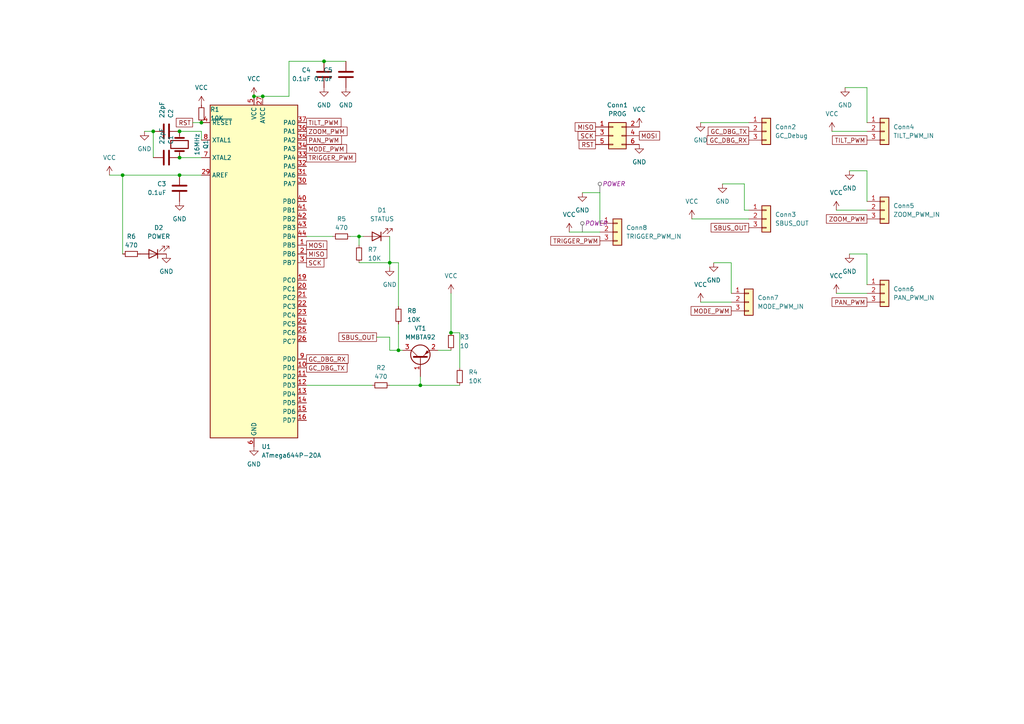
<source format=kicad_sch>
(kicad_sch (version 20231120) (generator "eeschema") (generator_version "8.0")
  (paper "A4")
  (lib_symbols
    (symbol "Connector_Generic:Conn_01x03" (pin_names (offset 1.016) hide)
      (property "Reference" "J" (at 0 5.08 0))
      (property "Value" "Conn_01x03" (at 0 -5.08 0))
      (symbol "Conn_01x03_1_1"
        (rectangle (start -1.27 -2.413) (end 0 -2.667) (stroke (width 0.1524)))
        (rectangle (start -1.27 0.127) (end 0 -0.127) (stroke (width 0.1524)))
        (rectangle (start -1.27 2.667) (end 0 2.413) (stroke (width 0.1524)))
        (rectangle (start -1.27 3.81) (end 1.27 -3.81) (stroke (width 0.254)) (fill (type background)))
        (pin passive line (at -5.08 2.54 0) (length 3.81) (name "Pin_1") (number "1"))
        (pin passive line (at -5.08 0 0) (length 3.81) (name "Pin_2") (number "2"))
        (pin passive line (at -5.08 -2.54 0) (length 3.81) (name "Pin_3") (number "3"))
      )
    )
    (symbol "Connector_Generic:Conn_02x03_Odd_Even" (pin_names (offset 1.016) hide)
      (property "Reference" "Conn1" (at 1.27 8.89 0))
      (property "Value" "2x3" (at 1.27 6.35 0))
      (symbol "Conn_02x03_Odd_Even_1_1"
        (rectangle (start -1.27 -2.413) (end 0 -2.667) (stroke (width 0.1524)))
        (rectangle (start -1.27 0.127) (end 0 -0.127) (stroke (width 0.1524)))
        (rectangle (start -1.27 2.667) (end 0 2.413) (stroke (width 0.1524)))
        (rectangle (start -1.27 3.81) (end 3.81 -3.81) (stroke (width 0.254)) (fill (type background)))
        (rectangle (start 3.81 -2.413) (end 2.54 -2.667) (stroke (width 0.1524)))
        (rectangle (start 3.81 0.127) (end 2.54 -0.127) (stroke (width 0.1524)))
        (rectangle (start 3.81 2.667) (end 2.54 2.413) (stroke (width 0.1524)))
        (pin passive line (at -5.08 2.54 0) (length 3.81) (name "MISO") (number "1"))
        (pin passive line (at 7.62 2.54 180) (length 3.81) (name "VCC") (number "2"))
        (pin passive line (at -5.08 0 0) (length 3.81) (name "SCK") (number "3"))
        (pin passive line (at 7.62 0 180) (length 3.81) (name "MOSI") (number "4"))
        (pin passive line (at -5.08 -2.54 0) (length 3.81) (name "RST") (number "5"))
        (pin passive line (at 7.62 -2.54 180) (length 3.81) (name "GND") (number "6"))
      )
    )
    (symbol "Device:C" (pin_numbers hide) (pin_names (offset 0.254))
      (property "Reference" "C" (at 0.635 2.54 0))
      (property "Value" "C" (at 0.635 -2.54 0))
      (symbol "C_0_1"
        (polyline (pts (xy -2.032 -0.762) (xy 2.032 -0.762)) (stroke (width 0.508)))
        (polyline (pts (xy -2.032 0.762) (xy 2.032 0.762)) (stroke (width 0.508)))
      )
      (symbol "C_1_1"
        (pin passive line (at 0 3.81 270) (length 2.794) (name "~") (number "1"))
        (pin passive line (at 0 -3.81 90) (length 2.794) (name "~") (number "2"))
      )
    )
    (symbol "Device:Crystal" (pin_numbers hide) (pin_names (offset 1.016) hide)
      (property "Reference" "Y" (at 0 3.81 0))
      (property "Value" "Crystal" (at 0 -3.81 0))
      (symbol "Crystal_0_1"
        (rectangle (start -1.143 2.54) (end 1.143 -2.54) (stroke (width 0.3048)))
        (polyline (pts (xy -2.54 0) (xy -1.905 0)))
        (polyline (pts (xy -1.905 -1.27) (xy -1.905 1.27)) (stroke (width 0.508)))
        (polyline (pts (xy 1.905 -1.27) (xy 1.905 1.27)) (stroke (width 0.508)))
        (polyline (pts (xy 2.54 0) (xy 1.905 0)))
      )
      (symbol "Crystal_1_1"
        (pin passive line (at -3.81 0 0) (length 1.27) (name "1") (number "1"))
        (pin passive line (at 3.81 0 180) (length 1.27) (name "2") (number "2"))
      )
    )
    (symbol "Device:LED" (pin_numbers hide) (pin_names (offset 1.016) hide)
      (property "Reference" "D" (at 0 2.54 0))
      (property "Value" "LED" (at 0 -2.54 0))
      (symbol "LED_0_1"
        (polyline (pts (xy -1.27 -1.27) (xy -1.27 1.27)) (stroke (width 0.254)))
        (polyline (pts (xy -1.27 0) (xy 1.27 0)))
        (polyline (pts (xy 1.27 -1.27) (xy 1.27 1.27) (xy -1.27 0) (xy 1.27 -1.27)) (stroke (width 0.254)))
        (polyline (pts (xy -3.048 -0.762) (xy -4.572 -2.286) (xy -3.81 -2.286) (xy -4.572 -2.286) (xy -4.572 -1.524)))
        (polyline (pts (xy -1.778 -0.762) (xy -3.302 -2.286) (xy -2.54 -2.286) (xy -3.302 -2.286) (xy -3.302 -1.524)))
      )
      (symbol "LED_1_1"
        (pin passive line (at -3.81 0 0) (length 2.54) (name "K") (number "1"))
        (pin passive line (at 3.81 0 180) (length 2.54) (name "A") (number "2"))
      )
    )
    (symbol "Device:R_Small" (pin_numbers hide) (pin_names (offset 0.254) hide)
      (property "Reference" "R" (at 0.762 0.508 0))
      (property "Value" "R_Small" (at 0.762 -1.016 0))
      (symbol "R_Small_0_1"
        (rectangle (start -0.762 1.778) (end 0.762 -1.778) (stroke (width 0.2032)))
      )
      (symbol "R_Small_1_1"
        (pin passive line (at 0 2.54 270) (length 0.762) (name "~") (number "1"))
        (pin passive line (at 0 -2.54 90) (length 0.762) (name "~") (number "2"))
      )
    )
    (symbol "MCU_Microchip_ATmega:ATmega644P-20A"
      (property "Reference" "U" (at -12.7 49.53 0))
      (property "Value" "ATmega644P-20A" (at 2.54 -49.53 0))
      (symbol "ATmega644P-20A_0_1"
        (rectangle (start -12.7 -48.26) (end 12.7 48.26) (stroke (width 0.254)) (fill (type background)))
      )
      (symbol "ATmega644P-20A_1_1"
        (pin bidirectional line (at 15.24 7.62 180) (length 2.54) (name "PB5") (number "1"))
        (pin bidirectional line (at 15.24 -27.94 180) (length 2.54) (name "PD1") (number "10"))
        (pin bidirectional line (at 15.24 -30.48 180) (length 2.54) (name "PD2") (number "11"))
        (pin bidirectional line (at 15.24 -33.02 180) (length 2.54) (name "PD3") (number "12"))
        (pin bidirectional line (at 15.24 -35.56 180) (length 2.54) (name "PD4") (number "13"))
        (pin bidirectional line (at 15.24 -38.1 180) (length 2.54) (name "PD5") (number "14"))
        (pin bidirectional line (at 15.24 -40.64 180) (length 2.54) (name "PD6") (number "15"))
        (pin bidirectional line (at 15.24 -43.18 180) (length 2.54) (name "PD7") (number "16"))
        (pin passive line (at 0 50.8 270) (length 2.54) hide (name "VCC") (number "17"))
        (pin passive line (at 0 -50.8 90) (length 2.54) hide (name "GND") (number "18"))
        (pin bidirectional line (at 15.24 -2.54 180) (length 2.54) (name "PC0") (number "19"))
        (pin bidirectional line (at 15.24 5.08 180) (length 2.54) (name "PB6") (number "2"))
        (pin bidirectional line (at 15.24 -5.08 180) (length 2.54) (name "PC1") (number "20"))
        (pin bidirectional line (at 15.24 -7.62 180) (length 2.54) (name "PC2") (number "21"))
        (pin bidirectional line (at 15.24 -10.16 180) (length 2.54) (name "PC3") (number "22"))
        (pin bidirectional line (at 15.24 -12.7 180) (length 2.54) (name "PC4") (number "23"))
        (pin bidirectional line (at 15.24 -15.24 180) (length 2.54) (name "PC5") (number "24"))
        (pin bidirectional line (at 15.24 -17.78 180) (length 2.54) (name "PC6") (number "25"))
        (pin bidirectional line (at 15.24 -20.32 180) (length 2.54) (name "PC7") (number "26"))
        (pin power_in line (at 2.54 50.8 270) (length 2.54) (name "AVCC") (number "27"))
        (pin passive line (at 0 -50.8 90) (length 2.54) hide (name "GND") (number "28"))
        (pin passive line (at -15.24 27.94 0) (length 2.54) (name "AREF") (number "29"))
        (pin bidirectional line (at 15.24 2.54 180) (length 2.54) (name "PB7") (number "3"))
        (pin bidirectional line (at 15.24 25.4 180) (length 2.54) (name "PA7") (number "30"))
        (pin bidirectional line (at 15.24 27.94 180) (length 2.54) (name "PA6") (number "31"))
        (pin bidirectional line (at 15.24 30.48 180) (length 2.54) (name "PA5") (number "32"))
        (pin bidirectional line (at 15.24 33.02 180) (length 2.54) (name "PA4") (number "33"))
        (pin bidirectional line (at 15.24 35.56 180) (length 2.54) (name "PA3") (number "34"))
        (pin bidirectional line (at 15.24 38.1 180) (length 2.54) (name "PA2") (number "35"))
        (pin bidirectional line (at 15.24 40.64 180) (length 2.54) (name "PA1") (number "36"))
        (pin bidirectional line (at 15.24 43.18 180) (length 2.54) (name "PA0") (number "37"))
        (pin passive line (at 0 50.8 270) (length 2.54) hide (name "VCC") (number "38"))
        (pin passive line (at 0 -50.8 90) (length 2.54) hide (name "GND") (number "39"))
        (pin input line (at -15.24 43.18 0) (length 2.54) (name "~{RESET}") (number "4"))
        (pin bidirectional line (at 15.24 20.32 180) (length 2.54) (name "PB0") (number "40"))
        (pin bidirectional line (at 15.24 17.78 180) (length 2.54) (name "PB1") (number "41"))
        (pin bidirectional line (at 15.24 15.24 180) (length 2.54) (name "PB2") (number "42"))
        (pin bidirectional line (at 15.24 12.7 180) (length 2.54) (name "PB3") (number "43"))
        (pin bidirectional line (at 15.24 10.16 180) (length 2.54) (name "PB4") (number "44"))
        (pin power_in line (at 0 50.8 270) (length 2.54) (name "VCC") (number "5"))
        (pin power_in line (at 0 -50.8 90) (length 2.54) (name "GND") (number "6"))
        (pin output line (at -15.24 33.02 0) (length 2.54) (name "XTAL2") (number "7"))
        (pin input line (at -15.24 38.1 0) (length 2.54) (name "XTAL1") (number "8"))
        (pin bidirectional line (at 15.24 -25.4 180) (length 2.54) (name "PD0") (number "9"))
      )
    )
    (symbol "Transistor_BJT:MMBTA92" (pin_names (offset 0) hide)
      (property "Reference" "Q" (at 5.08 1.905 0))
      (property "Value" "MMBTA92" (at 5.08 0 0))
      (symbol "MMBTA92_0_1"
        (polyline (pts (xy 0 0) (xy 0.635 0)))
        (polyline (pts (xy 2.54 -2.54) (xy 0.635 -0.635)))
        (polyline (pts (xy 2.54 2.54) (xy 0.635 0.635)))
        (polyline (pts (xy 0.635 1.905) (xy 0.635 -1.905) (xy 0.635 -1.905)) (stroke (width 0.508)) (fill (type outline)))
        (polyline (pts (xy 1.905 -2.413) (xy 2.413 -1.905) (xy 1.397 -1.397) (xy 1.905 -2.413) (xy 1.905 -2.413)) (fill (type outline)))
        (circle (center 1.27 0) (radius 2.8194) (stroke (width 0.254)))
      )
      (symbol "MMBTA92_1_1"
        (pin input line (at -5.08 0 0) (length 5.08) (name "B") (number "1"))
        (pin passive line (at 2.54 -5.08 90) (length 2.54) (name "E") (number "2"))
        (pin passive line (at 2.54 5.08 270) (length 2.54) (name "C") (number "3"))
      )
    )
    (symbol "power:GND" (power) (pin_names (offset 0))
      (property "Value" "GND" (at 0 -3.81 0))
      (symbol "GND_0_1"
        (polyline (pts (xy 0 0) (xy 0 -1.27) (xy 1.27 -1.27) (xy 0 -2.54) (xy -1.27 -1.27) (xy 0 -1.27)))
      )
      (symbol "GND_1_1"
        (pin power_in line (at 0 0 270) (length 0) hide (name "GND") (number "1"))
      )
    )
    (symbol "power:VCC" (power) (pin_names (offset 0))
      (property "Value" "VCC" (at 0 3.81 0))
      (symbol "VCC_0_1"
        (polyline (pts (xy -0.762 1.27) (xy 0 2.54)))
        (polyline (pts (xy 0 0) (xy 0 2.54)))
        (polyline (pts (xy 0 2.54) (xy 0.762 1.27)))
      )
      (symbol "VCC_1_1"
        (pin power_in line (at 0 0 90) (length 0) hide (name "VCC") (number "1"))
      )
    )
  )
  (junction (at 130.81 96.52))
  (junction (at 35.56 50.8))
  (junction (at 52.07 45.72))
  (junction (at 104.14 68.58))
  (junction (at 115.57 101.6))
  (junction (at 93.98 17.78))
  (junction (at 52.07 38.1))
  (junction (at 76.2 27.94))
  (junction (at 113.03 76.2))
  (junction (at 44.45 38.1))
  (junction (at 58.42 35.56))
  (junction (at 52.07 50.8))
  (junction (at 73.66 27.94))
  (junction (at 121.92 111.76))
  (wire (pts (xy 113.03 111.76) (xy 121.92 111.76)))
  (wire (pts (xy 35.56 50.8) (xy 52.07 50.8)))
  (wire (pts (xy 83.82 27.94) (xy 83.82 17.78)))
  (wire (pts (xy 200.66 63.5) (xy 217.17 63.5)))
  (wire (pts (xy 52.07 50.8) (xy 58.42 50.8)))
  (wire (pts (xy 203.2 87.63) (xy 212.09 87.63)))
  (wire (pts (xy 115.57 88.9) (xy 115.57 76.2)))
  (wire (pts (xy 113.03 77.47) (xy 113.03 76.2)))
  (wire (pts (xy 83.82 17.78) (xy 93.98 17.78)))
  (wire (pts (xy 245.11 25.4) (xy 251.46 25.4)))
  (wire (pts (xy 130.81 101.6) (xy 127 101.6)))
  (wire (pts (xy 246.38 73.66) (xy 251.46 73.66)))
  (wire (pts (xy 113.03 76.2) (xy 115.57 76.2)))
  (wire (pts (xy 104.14 76.2) (xy 113.03 76.2)))
  (wire (pts (xy 130.81 96.52) (xy 133.35 96.52)))
  (wire (pts (xy 52.07 45.72) (xy 58.42 45.72)))
  (wire (pts (xy 246.38 49.53) (xy 251.46 49.53)))
  (wire (pts (xy 209.55 53.34) (xy 215.9 53.34)))
  (wire (pts (xy 242.57 85.09) (xy 251.46 85.09)))
  (wire (pts (xy 109.22 97.79) (xy 113.03 97.79)))
  (wire (pts (xy 215.9 60.96) (xy 217.17 60.96)))
  (wire (pts (xy 73.66 27.94) (xy 76.2 27.94)))
  (wire (pts (xy 104.14 68.58) (xy 104.14 71.12)))
  (wire (pts (xy 31.75 50.8) (xy 35.56 50.8)))
  (wire (pts (xy 93.98 17.78) (xy 100.33 17.78)))
  (wire (pts (xy 242.57 60.96) (xy 251.46 60.96)))
  (wire (pts (xy 101.6 68.58) (xy 104.14 68.58)))
  (wire (pts (xy 35.56 50.8) (xy 35.56 73.66)))
  (wire (pts (xy 251.46 49.53) (xy 251.46 58.42)))
  (wire (pts (xy 251.46 25.4) (xy 251.46 35.56)))
  (wire (pts (xy 44.45 38.1) (xy 44.45 45.72)))
  (wire (pts (xy 96.52 68.58) (xy 88.9 68.58)))
  (wire (pts (xy 207.01 76.2) (xy 212.09 76.2)))
  (wire (pts (xy 251.46 73.66) (xy 251.46 82.55)))
  (wire (pts (xy 104.14 68.58) (xy 105.41 68.58)))
  (wire (pts (xy 88.9 111.76) (xy 107.95 111.76)))
  (wire (pts (xy 115.57 93.98) (xy 115.57 101.6)))
  (wire (pts (xy 203.2 35.56) (xy 217.17 35.56)))
  (wire (pts (xy 168.91 55.88) (xy 173.99 55.88)))
  (wire (pts (xy 133.35 96.52) (xy 133.35 106.68)))
  (wire (pts (xy 165.1 67.31) (xy 173.99 67.31)))
  (wire (pts (xy 113.03 76.2) (xy 113.03 68.58)))
  (wire (pts (xy 121.92 111.76) (xy 121.92 109.22)))
  (wire (pts (xy 241.3 38.1) (xy 251.46 38.1)))
  (wire (pts (xy 173.99 55.88) (xy 173.99 64.77)))
  (wire (pts (xy 212.09 76.2) (xy 212.09 85.09)))
  (wire (pts (xy 130.81 85.09) (xy 130.81 96.52)))
  (wire (pts (xy 58.42 40.64) (xy 58.42 38.1)))
  (wire (pts (xy 115.57 101.6) (xy 116.84 101.6)))
  (wire (pts (xy 121.92 111.76) (xy 133.35 111.76)))
  (wire (pts (xy 55.88 35.56) (xy 58.42 35.56)))
  (wire (pts (xy 113.03 97.79) (xy 113.03 101.6)))
  (wire (pts (xy 113.03 101.6) (xy 115.57 101.6)))
  (wire (pts (xy 215.9 53.34) (xy 215.9 60.96)))
  (wire (pts (xy 76.2 27.94) (xy 83.82 27.94)))
  (wire (pts (xy 52.07 38.1) (xy 58.42 38.1)))
  (wire (pts (xy 41.91 38.1) (xy 44.45 38.1)))
  (global_label "PAN_PWM" (shape passive) (at 88.9 40.64 0) (property "Intersheetrefs" "${INTERSHEET_REFS}" (effects (hide yes))))
  (global_label "GC_DBG_TX" (shape passive) (at 217.17 38.1 180) (property "Intersheetrefs" "${INTERSHEET_REFS}" (effects (hide yes))))
  (global_label "RST" (shape passive) (at 172.72 41.91 180) (property "Intersheetrefs" "${INTERSHEET_REFS}" (effects (hide yes))))
  (global_label "MOSI" (shape passive) (at 185.42 39.37 0) (property "Intersheetrefs" "${INTERSHEET_REFS}" (effects (hide yes))))
  (global_label "MODE_PWM" (shape passive) (at 88.9 43.18 0) (property "Intersheetrefs" "${INTERSHEET_REFS}" (effects (hide yes))))
  (global_label "GC_DBG_TX" (shape passive) (at 88.9 106.68 0) (property "Intersheetrefs" "${INTERSHEET_REFS}" (effects (hide yes))))
  (global_label "ZOOM_PWM" (shape passive) (at 88.9 38.1 0) (property "Intersheetrefs" "${INTERSHEET_REFS}" (effects (hide yes))))
  (global_label "SBUS_OUT" (shape passive) (at 109.22 97.79 180) (property "Intersheetrefs" "${INTERSHEET_REFS}" (effects (hide yes))))
  (global_label "GC_DBG_RX" (shape passive) (at 217.17 40.64 180) (property "Intersheetrefs" "${INTERSHEET_REFS}" (effects (hide yes))))
  (global_label "PAN_PWM" (shape passive) (at 251.46 87.63 180) (property "Intersheetrefs" "${INTERSHEET_REFS}" (effects (hide yes))))
  (global_label "RST" (shape passive) (at 55.88 35.56 180) (property "Intersheetrefs" "${INTERSHEET_REFS}" (effects (hide yes))))
  (global_label "TILT_PWM" (shape passive) (at 251.46 40.64 180) (property "Intersheetrefs" "${INTERSHEET_REFS}" (effects (hide yes))))
  (global_label "SCK" (shape passive) (at 172.72 39.37 180) (property "Intersheetrefs" "${INTERSHEET_REFS}" (effects (hide yes))))
  (global_label "TRIGGER_PWM" (shape passive) (at 173.99 69.85 180) (property "Intersheetrefs" "${INTERSHEET_REFS}" (effects (hide yes))))
  (global_label "MODE_PWM" (shape passive) (at 212.09 90.17 180) (property "Intersheetrefs" "${INTERSHEET_REFS}" (effects (hide yes))))
  (global_label "MOSI" (shape passive) (at 88.9 71.12 0) (property "Intersheetrefs" "${INTERSHEET_REFS}" (effects (hide yes))))
  (global_label "SBUS_OUT" (shape passive) (at 217.17 66.04 180) (property "Intersheetrefs" "${INTERSHEET_REFS}" (effects (hide yes))))
  (global_label "MISO" (shape passive) (at 88.9 73.66 0) (property "Intersheetrefs" "${INTERSHEET_REFS}" (effects (hide yes))))
  (global_label "SCK" (shape passive) (at 88.9 76.2 0) (property "Intersheetrefs" "${INTERSHEET_REFS}" (effects (hide yes))))
  (global_label "TILT_PWM" (shape passive) (at 88.9 35.56 0) (property "Intersheetrefs" "${INTERSHEET_REFS}" (effects (hide yes))))
  (global_label "MISO" (shape passive) (at 172.72 36.83 180) (property "Intersheetrefs" "${INTERSHEET_REFS}" (effects (hide yes))))
  (global_label "GC_DBG_RX" (shape passive) (at 88.9 104.14 0) (property "Intersheetrefs" "${INTERSHEET_REFS}" (effects (hide yes))))
  (global_label "TRIGGER_PWM" (shape passive) (at 88.9 45.72 0) (property "Intersheetrefs" "${INTERSHEET_REFS}" (effects (hide yes))))
  (global_label "ZOOM_PWM" (shape passive) (at 251.46 63.5 180) (property "Intersheetrefs" "${INTERSHEET_REFS}" (effects (hide yes))))
  (netclass_flag "" (length 2.54) (shape round) (at 173.99 55.88 0) (property "Netclass" "POWER" (at 174.6885 53.34 0) (effects (font (italic yes)) (justify left))))
  (netclass_flag "" (length 2.54) (shape round) (at 168.91 67.31 0) (property "Netclass" "POWER" (at 169.6085 64.77 0) (effects (font (italic yes)) (justify left))))
  (symbol (lib_id "Device:Crystal") (at 52.07 41.91 270) (mirror x) (unit 1)
    (property "Reference" "Q1" (at 59.69 41.91 0))
    (property "Value" "16MHz" (at 57.15 41.91 0))
    (property "Footprint" "Crystal:Crystal_SMD_HC49-SD" (effects (hide yes)))
  )
  (symbol (lib_id "power:GND") (at 245.11 25.4 0) (unit 1)
    (property "Reference" "#PWR011" (effects (hide yes)))
    (property "Value" "GND" (at 245.11 30.48 0))
  )
  (symbol (lib_id "Device:R_Small") (at 104.14 73.66 0) (unit 1)
    (property "Reference" "R7" (at 106.68 72.39 0) (effects (justify left)))
    (property "Value" "10K" (at 106.68 74.93 0) (effects (justify left)))
    (property "Footprint" "Resistor_SMD:R_0805_2012Metric" (effects (hide yes)))
  )
  (symbol (lib_id "MCU_Microchip_ATmega:ATmega644P-20A") (at 73.66 78.74 0) (unit 1)
    (property "Reference" "U1" (at 75.8541 129.54 0) (effects (justify left)))
    (property "Value" "ATmega644P-20A" (at 75.8541 132.08 0) (effects (justify left)))
    (property "Footprint" "Package_QFP:TQFP-44_10x10mm_P0.8mm" (effects (hide yes)))
    (property "Datasheet" "http://ww1.microchip.com/downloads/en/DeviceDoc/Atmel-42744-ATmega644P_Datasheet.pdf" (effects (hide yes)))
  )
  (symbol (lib_id "Device:R_Small") (at 99.06 68.58 270) (unit 1)
    (property "Reference" "R5" (at 99.06 63.5 90))
    (property "Value" "470" (at 99.06 66.04 90))
    (property "Footprint" "Resistor_SMD:R_0805_2012Metric" (effects (hide yes)))
  )
  (symbol (lib_id "power:VCC") (at 31.75 50.8 0) (unit 1)
    (property "Reference" "#PWR05" (effects (hide yes)))
    (property "Value" "VCC" (at 31.75 45.72 0))
  )
  (symbol (lib_id "power:GND") (at 100.33 25.4 0) (unit 1)
    (property "Reference" "#PWR018" (effects (hide yes)))
    (property "Value" "GND" (at 100.33 30.48 0))
  )
  (symbol (lib_id "Connector_Generic:Conn_01x03") (at 222.25 63.5 0) (unit 1)
    (property "Reference" "Conn3" (at 224.79 62.23 0) (effects (justify left)))
    (property "Value" "SBUS_OUT" (at 224.79 64.77 0) (effects (justify left)))
    (property "Footprint" "Connector_PinHeader_2.54mm:PinHeader_1x03_P2.54mm_Horizontal" (effects (hide yes)))
  )
  (symbol (lib_id "power:VCC") (at 241.3 38.1 0) (unit 1)
    (property "Reference" "#PWR014" (effects (hide yes)))
    (property "Value" "VCC" (at 241.3 33.02 0))
  )
  (symbol (lib_id "power:GND") (at 168.91 55.88 0) (unit 1)
    (property "Reference" "#PWR024" (effects (hide yes)))
    (property "Value" "GND" (at 168.91 60.96 0))
  )
  (symbol (lib_id "Connector_Generic:Conn_01x03") (at 222.25 38.1 0) (unit 1)
    (property "Reference" "Conn2" (at 224.79 36.83 0) (effects (justify left)))
    (property "Value" "GC_Debug" (at 224.79 39.37 0) (effects (justify left)))
    (property "Footprint" "Connector_JST:JST_GH_SM03B-GHS-TB_1x03-1MP_P1.25mm_Horizontal" (effects (hide yes)))
  )
  (symbol (lib_id "Device:R_Small") (at 38.1 73.66 270) (unit 1)
    (property "Reference" "R6" (at 38.1 68.58 90))
    (property "Value" "470" (at 38.1 71.12 90))
    (property "Footprint" "Resistor_SMD:R_0805_2012Metric" (effects (hide yes)))
  )
  (symbol (lib_id "power:GND") (at 246.38 49.53 0) (unit 1)
    (property "Reference" "#PWR015" (effects (hide yes)))
    (property "Value" "GND" (at 246.38 54.61 0))
  )
  (symbol (lib_id "power:VCC") (at 73.66 27.94 0) (unit 1)
    (property "Reference" "#PWR03" (effects (hide yes)))
    (property "Value" "VCC" (at 73.66 22.86 0))
  )
  (symbol (lib_id "Device:C") (at 52.07 54.61 0) (mirror x) (unit 1)
    (property "Reference" "C3" (at 48.26 53.34 0) (effects (justify right)))
    (property "Value" "0.1uF" (at 48.26 55.88 0) (effects (justify right)))
    (property "Footprint" "Capacitor_SMD:C_0805_2012Metric" (effects (hide yes)))
  )
  (symbol (lib_id "Connector_Generic:Conn_01x03") (at 256.54 85.09 0) (unit 1)
    (property "Reference" "Conn6" (at 259.08 83.82 0) (effects (justify left)))
    (property "Value" "PAN_PWM_IN" (at 259.08 86.36 0) (effects (justify left)))
    (property "Footprint" "Connector_PinHeader_2.54mm:PinHeader_1x03_P2.54mm_Horizontal" (effects (hide yes)))
  )
  (symbol (lib_id "power:GND") (at 48.26 73.66 0) (unit 1)
    (property "Reference" "#PWR026" (effects (hide yes)))
    (property "Value" "GND" (at 48.26 78.74 0))
  )
  (symbol (lib_id "power:GND") (at 73.66 129.54 0) (unit 1)
    (property "Reference" "#PWR04" (effects (hide yes)))
    (property "Value" "GND" (at 73.66 134.62 0))
  )
  (symbol (lib_id "Device:C") (at 100.33 21.59 0) (mirror x) (unit 1)
    (property "Reference" "C5" (at 96.52 20.32 0) (effects (justify right)))
    (property "Value" "0.1uF" (at 96.52 22.86 0) (effects (justify right)))
    (property "Footprint" "Capacitor_SMD:C_0805_2012Metric" (effects (hide yes)))
  )
  (symbol (lib_id "Device:R_Small") (at 130.81 99.06 180) (unit 1)
    (property "Reference" "R3" (at 133.35 97.79 0) (effects (justify right)))
    (property "Value" "10" (at 133.35 100.33 0) (effects (justify right)))
    (property "Footprint" "Resistor_SMD:R_0805_2012Metric" (effects (hide yes)))
  )
  (symbol (lib_id "power:GND") (at 93.98 25.4 0) (unit 1)
    (property "Reference" "#PWR017" (effects (hide yes)))
    (property "Value" "GND" (at 93.98 30.48 0))
  )
  (symbol (lib_id "power:VCC") (at 58.42 30.48 0) (unit 1)
    (property "Reference" "#PWR07" (effects (hide yes)))
    (property "Value" "VCC" (at 58.42 25.4 0))
  )
  (symbol (lib_id "power:GND") (at 207.01 76.2 0) (unit 1)
    (property "Reference" "#PWR022" (effects (hide yes)))
    (property "Value" "GND" (at 207.01 81.28 0))
  )
  (symbol (lib_id "power:GND") (at 113.03 77.47 0) (unit 1)
    (property "Reference" "#PWR025" (effects (hide yes)))
    (property "Value" "GND" (at 113.03 82.55 0))
  )
  (symbol (lib_id "power:VCC") (at 185.42 36.83 0) (unit 1)
    (property "Reference" "#PWR09" (effects (hide yes)))
    (property "Value" "VCC" (at 185.42 31.75 0))
  )
  (symbol (lib_id "Device:LED") (at 109.22 68.58 180) (unit 1)
    (property "Reference" "D1" (at 110.8075 60.96 0))
    (property "Value" "STATUS" (at 110.8075 63.5 0))
    (property "Footprint" "LED_SMD:LED_0805_2012Metric" (effects (hide yes)))
  )
  (symbol (lib_id "power:GND") (at 246.38 73.66 0) (unit 1)
    (property "Reference" "#PWR020" (effects (hide yes)))
    (property "Value" "GND" (at 246.38 78.74 0))
  )
  (symbol (lib_id "Connector_Generic:Conn_02x03_Odd_Even") (at 177.8 39.37 0) (unit 1)
    (property "Reference" "Conn1" (at 179.07 30.48 0))
    (property "Value" "PROG" (at 179.07 33.02 0))
    (property "Footprint" "Connector_PinHeader_2.54mm:PinHeader_2x03_P2.54mm_Horizontal" (effects (hide yes)))
  )
  (symbol (lib_id "power:VCC") (at 242.57 85.09 0) (unit 1)
    (property "Reference" "#PWR019" (effects (hide yes)))
    (property "Value" "VCC" (at 242.57 80.01 0))
  )
  (symbol (lib_id "power:VCC") (at 242.57 60.96 0) (unit 1)
    (property "Reference" "#PWR016" (effects (hide yes)))
    (property "Value" "VCC" (at 242.57 55.88 0))
  )
  (symbol (lib_id "power:VCC") (at 165.1 67.31 0) (unit 1)
    (property "Reference" "#PWR023" (effects (hide yes)))
    (property "Value" "VCC" (at 165.1 62.23 0))
  )
  (symbol (lib_id "Device:R_Small") (at 110.49 111.76 270) (unit 1)
    (property "Reference" "R2" (at 110.49 106.68 90))
    (property "Value" "470" (at 110.49 109.22 90))
    (property "Footprint" "Resistor_SMD:R_0805_2012Metric" (effects (hide yes)))
  )
  (symbol (lib_id "Connector_Generic:Conn_01x03") (at 217.17 87.63 0) (unit 1)
    (property "Reference" "Conn7" (at 219.71 86.36 0) (effects (justify left)))
    (property "Value" "MODE_PWM_IN" (at 219.71 88.9 0) (effects (justify left)))
    (property "Footprint" "Connector_PinHeader_2.54mm:PinHeader_1x03_P2.54mm_Horizontal" (effects (hide yes)))
  )
  (symbol (lib_id "power:VCC") (at 200.66 63.5 0) (unit 1)
    (property "Reference" "#PWR013" (effects (hide yes)))
    (property "Value" "VCC" (at 200.66 58.42 0))
  )
  (symbol (lib_id "Device:C") (at 48.26 45.72 270) (mirror x) (unit 1)
    (property "Reference" "C1" (at 49.53 41.91 0) (effects (justify left)))
    (property "Value" "22pF" (at 46.99 41.91 0) (effects (justify left)))
    (property "Footprint" "Capacitor_SMD:C_0805_2012Metric" (effects (hide yes)))
  )
  (symbol (lib_id "Connector_Generic:Conn_01x03") (at 179.07 67.31 0) (unit 1)
    (property "Reference" "Conn8" (at 181.61 66.04 0) (effects (justify left)))
    (property "Value" "TRIGGER_PWM_IN" (at 181.61 68.58 0) (effects (justify left)))
    (property "Footprint" "Connector_PinHeader_2.54mm:PinHeader_1x03_P2.54mm_Horizontal" (effects (hide yes)))
  )
  (symbol (lib_id "power:GND") (at 41.91 38.1 0) (unit 1)
    (property "Reference" "#PWR06" (effects (hide yes)))
    (property "Value" "GND" (at 41.91 43.18 0))
  )
  (symbol (lib_id "power:VCC") (at 130.81 85.09 0) (unit 1)
    (property "Reference" "#PWR01" (effects (hide yes)))
    (property "Value" "VCC" (at 130.81 80.01 0))
  )
  (symbol (lib_id "Device:R_Small") (at 133.35 109.22 0) (unit 1)
    (property "Reference" "R4" (at 135.89 107.95 0) (effects (justify left)))
    (property "Value" "10K" (at 135.89 110.49 0) (effects (justify left)))
    (property "Footprint" "Resistor_SMD:R_0805_2012Metric" (effects (hide yes)))
  )
  (symbol (lib_id "Device:R_Small") (at 115.57 91.44 0) (unit 1)
    (property "Reference" "R8" (at 118.11 90.17 0) (effects (justify left)))
    (property "Value" "10K" (at 118.11 92.71 0) (effects (justify left)))
    (property "Footprint" "Resistor_SMD:R_0805_2012Metric" (effects (hide yes)))
  )
  (symbol (lib_id "Connector_Generic:Conn_01x03") (at 256.54 60.96 0) (unit 1)
    (property "Reference" "Conn5" (at 259.08 59.69 0) (effects (justify left)))
    (property "Value" "ZOOM_PWM_IN" (at 259.08 62.23 0) (effects (justify left)))
    (property "Footprint" "Connector_PinHeader_2.54mm:PinHeader_1x03_P2.54mm_Horizontal" (effects (hide yes)))
  )
  (symbol (lib_id "power:GND") (at 185.42 41.91 0) (unit 1)
    (property "Reference" "#PWR08" (effects (hide yes)))
    (property "Value" "GND" (at 185.42 46.99 0))
  )
  (symbol (lib_id "Device:LED") (at 44.45 73.66 180) (unit 1)
    (property "Reference" "D2" (at 46.0375 66.04 0))
    (property "Value" "POWER" (at 46.0375 68.58 0))
    (property "Footprint" "LED_SMD:LED_0805_2012Metric" (effects (hide yes)))
  )
  (symbol (lib_id "power:GND") (at 203.2 35.56 0) (unit 1)
    (property "Reference" "#PWR010" (effects (hide yes)))
    (property "Value" "GND" (at 203.2 40.64 0))
  )
  (symbol (lib_id "Device:C") (at 93.98 21.59 0) (mirror x) (unit 1)
    (property "Reference" "C4" (at 90.17 20.32 0) (effects (justify right)))
    (property "Value" "0.1uF" (at 90.17 22.86 0) (effects (justify right)))
    (property "Footprint" "Capacitor_SMD:C_0805_2012Metric" (effects (hide yes)))
  )
  (symbol (lib_id "power:GND") (at 209.55 53.34 0) (unit 1)
    (property "Reference" "#PWR012" (effects (hide yes)))
    (property "Value" "GND" (at 209.55 58.42 0))
  )
  (symbol (lib_id "Device:R_Small") (at 58.42 33.02 0) (unit 1)
    (property "Reference" "R1" (at 60.96 31.75 0) (effects (justify left)))
    (property "Value" "10K" (at 60.96 34.29 0) (effects (justify left)))
    (property "Footprint" "Resistor_SMD:R_0805_2012Metric" (effects (hide yes)))
  )
  (symbol (lib_id "power:VCC") (at 203.2 87.63 0) (unit 1)
    (property "Reference" "#PWR021" (effects (hide yes)))
    (property "Value" "VCC" (at 203.2 82.55 0))
  )
  (symbol (lib_id "Transistor_BJT:MMBTA92") (at 121.92 104.14 90) (unit 1)
    (property "Reference" "VT1" (at 121.92 95.25 90))
    (property "Value" "MMBTA92" (at 121.92 97.79 90))
    (property "Footprint" "Package_TO_SOT_SMD:SOT-23" (effects (hide yes)))
    (property "Datasheet" "https://www.onsemi.com/pub/Collateral/MMBTA92LT1-D.PDF" (effects (hide yes)))
  )
  (symbol (lib_id "power:GND") (at 52.07 58.42 0) (unit 1)
    (property "Reference" "#PWR02" (effects (hide yes)))
    (property "Value" "GND" (at 52.07 63.5 0))
  )
  (symbol (lib_id "Connector_Generic:Conn_01x03") (at 256.54 38.1 0) (unit 1)
    (property "Reference" "Conn4" (at 259.08 36.83 0) (effects (justify left)))
    (property "Value" "TILT_PWM_IN" (at 259.08 39.37 0) (effects (justify left)))
    (property "Footprint" "Connector_PinHeader_2.54mm:PinHeader_1x03_P2.54mm_Horizontal" (effects (hide yes)))
  )
  (symbol (lib_id "Device:C") (at 48.26 38.1 270) (mirror x) (unit 1)
    (property "Reference" "C2" (at 49.53 34.29 0) (effects (justify left)))
    (property "Value" "22pF" (at 46.99 34.29 0) (effects (justify left)))
    (property "Footprint" "Capacitor_SMD:C_0805_2012Metric" (effects (hide yes)))
  )
)
</source>
